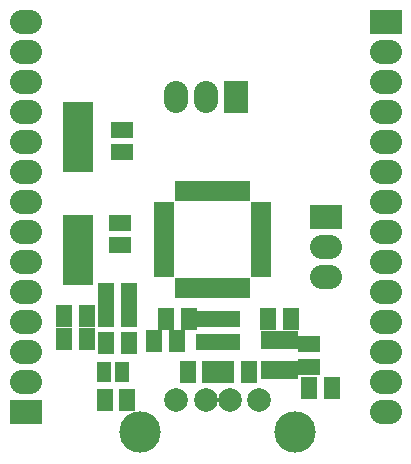
<source format=gts>
G04 (created by PCBNEW-RS274X (2012-02-19 BZR 3421)-stable) date lun 16 abr 2012 11:22:40 COT*
G01*
G70*
G90*
%MOIN*%
G04 Gerber Fmt 3.4, Leading zero omitted, Abs format*
%FSLAX34Y34*%
G04 APERTURE LIST*
%ADD10C,0.001000*%
%ADD11R,0.047600X0.059400*%
%ADD12R,0.075000X0.055000*%
%ADD13R,0.055000X0.075000*%
%ADD14R,0.106600X0.080000*%
%ADD15O,0.106600X0.080000*%
%ADD16R,0.098700X0.236500*%
%ADD17C,0.138100*%
%ADD18C,0.079100*%
%ADD19R,0.080000X0.106600*%
%ADD20O,0.080000X0.106600*%
%ADD21R,0.045000X0.065000*%
%ADD22R,0.031800X0.071200*%
%ADD23R,0.071200X0.031800*%
G04 APERTURE END LIST*
G54D10*
G54D11*
X52825Y-35075D03*
X52450Y-35075D03*
X52075Y-35075D03*
X52075Y-34075D03*
X52450Y-34075D03*
X52825Y-34075D03*
G54D12*
X47200Y-27075D03*
X47200Y-27825D03*
G54D13*
X47375Y-36100D03*
X46625Y-36100D03*
X46675Y-34200D03*
X47425Y-34200D03*
X46025Y-34050D03*
X45275Y-34050D03*
X46025Y-33300D03*
X45275Y-33300D03*
G54D12*
X50050Y-34150D03*
X50050Y-33400D03*
X50775Y-34150D03*
X50775Y-33400D03*
G54D13*
X49425Y-33400D03*
X48675Y-33400D03*
X46675Y-33300D03*
X47425Y-33300D03*
G54D12*
X47150Y-30175D03*
X47150Y-30925D03*
G54D13*
X46675Y-32550D03*
X47425Y-32550D03*
X48275Y-34125D03*
X49025Y-34125D03*
X51425Y-35150D03*
X50675Y-35150D03*
X49400Y-35150D03*
X50150Y-35150D03*
G54D12*
X53450Y-34975D03*
X53450Y-34225D03*
G54D13*
X52825Y-33400D03*
X52075Y-33400D03*
X53450Y-35675D03*
X54200Y-35675D03*
G54D14*
X44000Y-36500D03*
G54D15*
X44000Y-35500D03*
X44000Y-34500D03*
X44000Y-33500D03*
X44000Y-32500D03*
X44000Y-31500D03*
X44000Y-30500D03*
X44000Y-29500D03*
X44000Y-28500D03*
X44000Y-27500D03*
X44000Y-26500D03*
X44000Y-25500D03*
X44000Y-24500D03*
X44000Y-23500D03*
G54D14*
X56000Y-23500D03*
G54D15*
X56000Y-24500D03*
X56000Y-25500D03*
X56000Y-26500D03*
X56000Y-27500D03*
X56000Y-28500D03*
X56000Y-29500D03*
X56000Y-30500D03*
X56000Y-31500D03*
X56000Y-32500D03*
X56000Y-33500D03*
X56000Y-34500D03*
X56000Y-35500D03*
X56000Y-36500D03*
G54D16*
X45750Y-31070D03*
X45750Y-27330D03*
G54D17*
X47813Y-37159D03*
X52987Y-37159D03*
G54D18*
X49022Y-36092D03*
X50006Y-36092D03*
X50794Y-36092D03*
X51778Y-36092D03*
G54D19*
X51000Y-26000D03*
G54D20*
X50000Y-26000D03*
X49000Y-26000D03*
G54D14*
X54000Y-30000D03*
G54D15*
X54000Y-31000D03*
X54000Y-32000D03*
G54D21*
X47200Y-35150D03*
X46600Y-35150D03*
G54D22*
X49733Y-32339D03*
X49930Y-32339D03*
X50127Y-32339D03*
X50323Y-32339D03*
X50520Y-32339D03*
X49142Y-32339D03*
X49339Y-32339D03*
X49536Y-32339D03*
G54D23*
X51839Y-31808D03*
X51839Y-31611D03*
X51839Y-31414D03*
X51839Y-31217D03*
X51839Y-31020D03*
X51839Y-30823D03*
X51839Y-30627D03*
X51839Y-30430D03*
G54D22*
X51308Y-29111D03*
X51111Y-29111D03*
X50914Y-29111D03*
X50717Y-29111D03*
X50520Y-29111D03*
X50323Y-29111D03*
X50127Y-29111D03*
X49930Y-29111D03*
G54D23*
X48611Y-29642D03*
X48611Y-29839D03*
X48611Y-30036D03*
X48611Y-30233D03*
X48611Y-30430D03*
X48611Y-30627D03*
X48611Y-30823D03*
X48611Y-31020D03*
G54D22*
X50717Y-32339D03*
X50914Y-32339D03*
X51111Y-32339D03*
X51308Y-32339D03*
G54D23*
X51839Y-30233D03*
X51839Y-30036D03*
X51839Y-29839D03*
X51839Y-29642D03*
G54D22*
X49733Y-29111D03*
X49536Y-29111D03*
X49339Y-29111D03*
X49142Y-29111D03*
G54D23*
X48611Y-31217D03*
X48611Y-31414D03*
X48611Y-31611D03*
X48611Y-31808D03*
M02*

</source>
